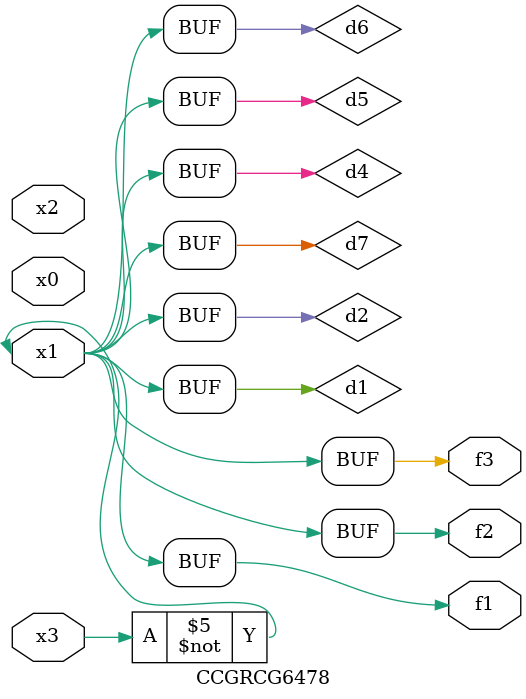
<source format=v>
module CCGRCG6478(
	input x0, x1, x2, x3,
	output f1, f2, f3
);

	wire d1, d2, d3, d4, d5, d6, d7;

	not (d1, x3);
	buf (d2, x1);
	xnor (d3, d1, d2);
	nor (d4, d1);
	buf (d5, d1, d2);
	buf (d6, d4, d5);
	nand (d7, d4);
	assign f1 = d6;
	assign f2 = d7;
	assign f3 = d6;
endmodule

</source>
